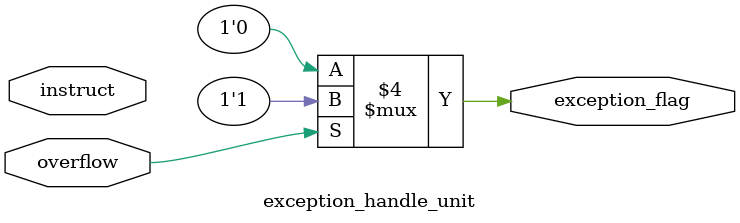
<source format=v>
`timescale 1ns / 1ps
module exception_handle_unit(instruct,
							overflow,
							exception_flag);
	input [15:0] instruct;
	input overflow;
	

	
	output exception_flag;
	reg exception_flag;
	
	always @ (*)
		begin
			
			case(instruct[15:12])
				4'h 0F: exception_flag <= 1;
				
				4'h 0B:exception_flag<= 1;
				
				4'h 08:exception_flag <= 1;
				
				4'h 05:exception_flag <= 1;
				
				4'h 04:exception_flag <= 1;
				
				4'h 06:exception_flag <= 1;
				
				4'h 0C:exception_flag <= 1;
				
				4'h 0:exception_flag <= 1;
				
				default: 	begin
								exception_flag <= 0;
								$display("An unrecoverable System Error has Occured.");
								end
			endcase
			if(!overflow)
						begin
							exception_flag <= 0;
							$display("An unrecoverable System Error has Occured.");
						end
			else 
				exception_flag = 1;
		end
endmodule

		
				
				
				
</source>
